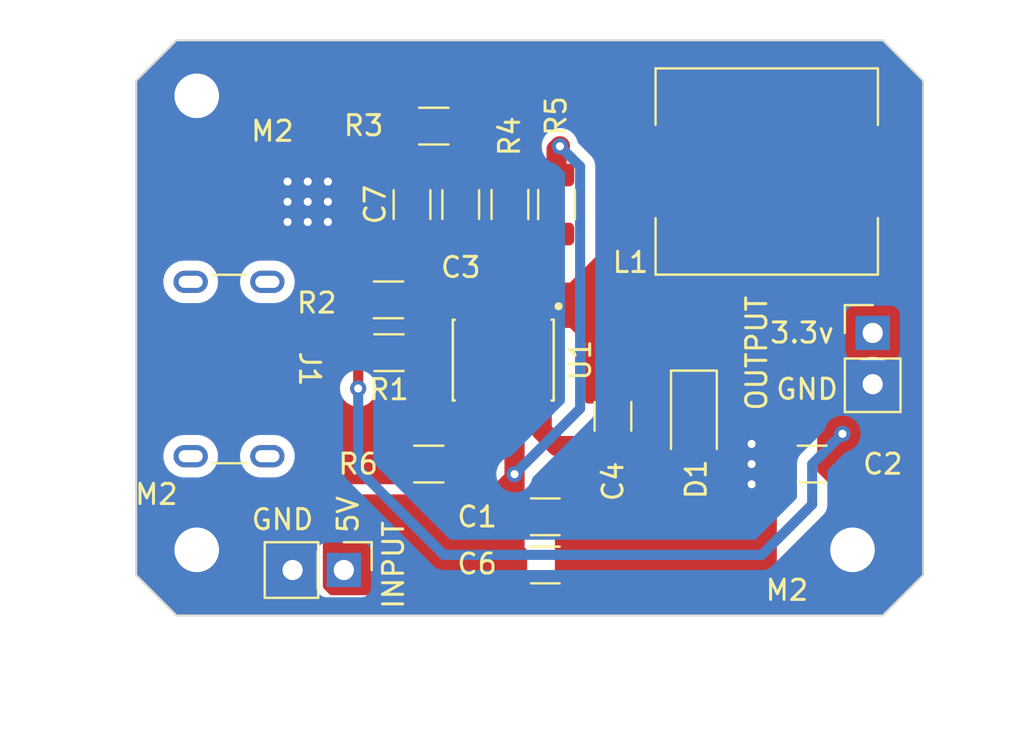
<source format=kicad_pcb>
(kicad_pcb (version 20241229) (generator "pcbnew") (generator_version "9.0")
  (layers (0 "F.Cu" signal) (2 "B.Cu" signal) (13 "F.Paste" user) (15 "B.Paste" user) (5 "F.SilkS" user "F.Silkscreen") (7 "B.SilkS" user "B.Silkscreen") (1 "F.Mask" user) (3 "B.Mask" user) (25 "Edge.Cuts" user))
  (net 0 "")
  (net 1 "VIN")
  (net 2 "GND")
  (net 3 "Net-(C3-Pad2)")
  (net 4 "Net-(U1-COMP)")
  (net 5 "SW")
  (net 6 "Net-(U1-BST)")
  (net 7 "Vout3.3")
  (net 8 "EN")
  (net 9 "Net-(U1-FREQ)")
  (net 10 "Net-(U1-FB)")
  (footprint "Capacitor_SMD:C_1206_3216Metric" (layer "F.Cu") (at 94.9198 43.6372 90)
    (property "Reference" "C7" (at 0 -1.8288 90) (layer "F.SilkS"))
    (property "Value" "22pF" (hide yes))
    (fp_line (start -0.711252 -0.91) (end 0.711252 -0.91) (stroke (width 0.12)) (layer "F.SilkS"))
    (fp_line (start -0.711252 0.91) (end 0.711252 0.91) (stroke (width 0.12)) (layer "F.SilkS"))
    (pad "1" smd roundrect (at -1.475 0 90) (size 1.15 1.8) (layers "F.Cu" "F.Mask" "F.Paste") (roundrect_rratio 0.217391) (net 4 "Net-(U1-COMP)"))
    (pad "2" smd roundrect (at 1.475 0 90) (size 1.15 1.8) (layers "F.Cu" "F.Mask" "F.Paste") (roundrect_rratio 0.217391) (net 2 "GND"))
  )
  (footprint "MountingHole:MountingHole_2.2mm_M2" (layer "F.Cu") (at 84.25 38.25)
    (property "Reference" "M2" (at 3.75 1.75 0) (layer "F.SilkS"))
    (property "Value" "MountingHole_2.2mm_M2" (hide yes))
    (pad "" np_thru_hole circle (at 0 0) (size 2.2 2.2) (drill 2.2) (layers "*.Cu" "*.Mask"))
  )
  (footprint "Capacitor_SMD:C_1206_3216Metric" (layer "F.Cu") (at 101.525 61.5)
    (property "Reference" "C6" (at -3.3782 -0.0508 0) (layer "F.SilkS"))
    (property "Value" "100nF" (hide yes))
    (fp_line (start -0.711252 -0.91) (end 0.711252 -0.91) (stroke (width 0.12)) (layer "F.SilkS"))
    (fp_line (start -0.711252 0.91) (end 0.711252 0.91) (stroke (width 0.12)) (layer "F.SilkS"))
    (pad "1" smd roundrect (at -1.475 0) (size 1.15 1.8) (layers "F.Cu" "F.Mask" "F.Paste") (roundrect_rratio 0.217391) (net 1 "VIN"))
    (pad "2" smd roundrect (at 1.475 0) (size 1.15 1.8) (layers "F.Cu" "F.Mask" "F.Paste") (roundrect_rratio 0.217391) (net 2 "GND"))
  )
  (footprint "Resistor_SMD:R_1206_3216Metric" (layer "F.Cu") (at 99.7712 43.6372 90)
    (property "Reference" "R4" (at 3.3872 -0.0212 90) (layer "F.SilkS"))
    (property "Value" "24.9k" (hide yes))
    (fp_line (start -0.727064 -0.91) (end 0.727064 -0.91) (stroke (width 0.12)) (layer "F.SilkS"))
    (fp_line (start -0.727064 0.91) (end 0.727064 0.91) (stroke (width 0.12)) (layer "F.SilkS"))
    (pad "1" smd roundrect (at -1.4625 0 90) (size 1.125 1.75) (layers "F.Cu" "F.Mask" "F.Paste") (roundrect_rratio 0.222222) (net 8 "EN"))
    (pad "2" smd roundrect (at 1.4625 0 90) (size 1.125 1.75) (layers "F.Cu" "F.Mask" "F.Paste") (roundrect_rratio 0.222222) (net 2 "GND"))
  )
  (footprint "Resistor_SMD:R_1206_3216Metric" (layer "F.Cu") (at 93.7768 50.9778 180)
    (property "Reference" "R1" (at 0 -1.83 0) (layer "F.SilkS"))
    (property "Value" "124k" (hide yes))
    (fp_line (start -0.727064 0.91) (end 0.727064 0.91) (stroke (width 0.12)) (layer "F.SilkS"))
    (fp_line (start -0.727064 -0.91) (end 0.727064 -0.91) (stroke (width 0.12)) (layer "F.SilkS"))
    (pad "1" smd roundrect (at -1.4625 0 180) (size 1.125 1.75) (layers "F.Cu" "F.Mask" "F.Paste") (roundrect_rratio 0.222222) (net 10 "Net-(U1-FB)"))
    (pad "2" smd roundrect (at 1.4625 0 180) (size 1.125 1.75) (layers "F.Cu" "F.Mask" "F.Paste") (roundrect_rratio 0.222222) (net 7 "Vout3.3"))
  )
  (footprint "Resistor_SMD:R_1206_3216Metric" (layer "F.Cu") (at 93.7514 48.3616)
    (property "Reference" "R2" (at -3.556 0.1524 0) (layer "F.SilkS"))
    (property "Value" "40.2k" (hide yes))
    (fp_line (start -0.727064 -0.91) (end 0.727064 -0.91) (stroke (width 0.12)) (layer "F.SilkS"))
    (fp_line (start -0.727064 0.91) (end 0.727064 0.91) (stroke (width 0.12)) (layer "F.SilkS"))
    (pad "1" smd roundrect (at -1.4625 0) (size 1.125 1.75) (layers "F.Cu" "F.Mask" "F.Paste") (roundrect_rratio 0.222222) (net 2 "GND"))
    (pad "2" smd roundrect (at 1.4625 0) (size 1.125 1.75) (layers "F.Cu" "F.Mask" "F.Paste") (roundrect_rratio 0.222222) (net 10 "Net-(U1-FB)"))
  )
  (footprint "Resistor_SMD:R_1206_3216Metric" (layer "F.Cu") (at 102.0826 43.6372 -90)
    (property "Reference" "R5" (at -4.3872 0.0254 90) (layer "F.SilkS"))
    (property "Value" "100k" (hide yes))
    (fp_line (start -0.727064 0.91) (end 0.727064 0.91) (stroke (width 0.12)) (layer "F.SilkS"))
    (fp_line (start -0.727064 -0.91) (end 0.727064 -0.91) (stroke (width 0.12)) (layer "F.SilkS"))
    (pad "1" smd roundrect (at -1.4625 0 270) (size 1.125 1.75) (layers "F.Cu" "F.Mask" "F.Paste") (roundrect_rratio 0.222222) (net 1 "VIN"))
    (pad "2" smd roundrect (at 1.4625 0 270) (size 1.125 1.75) (layers "F.Cu" "F.Mask" "F.Paste") (roundrect_rratio 0.222222) (net 8 "EN"))
  )
  (footprint "Capacitor_SMD:C_1206_3216Metric" (layer "F.Cu") (at 104.8766 54.1328 90)
    (property "Reference" "C4" (at -3.2258 0 90) (layer "F.SilkS"))
    (property "Value" "100nF" (hide yes))
    (fp_line (start -0.711252 -0.91) (end 0.711252 -0.91) (stroke (width 0.12)) (layer "F.SilkS"))
    (fp_line (start -0.711252 0.91) (end 0.711252 0.91) (stroke (width 0.12)) (layer "F.SilkS"))
    (pad "1" smd roundrect (at -1.475 0 90) (size 1.15 1.8) (layers "F.Cu" "F.Mask" "F.Paste") (roundrect_rratio 0.217391) (net 6 "Net-(U1-BST)"))
    (pad "2" smd roundrect (at 1.475 0 90) (size 1.15 1.8) (layers "F.Cu" "F.Mask" "F.Paste") (roundrect_rratio 0.217391) (net 5 "SW"))
  )
  (footprint "Resistor_SMD:R_1206_3216Metric" (layer "F.Cu") (at 96 39.75 180)
    (property "Reference" "R3" (at 3.4798 0.0254 0) (layer "F.SilkS"))
    (property "Value" "68.1k" (hide yes))
    (fp_line (start -0.727064 0.91) (end 0.727064 0.91) (stroke (width 0.12)) (layer "F.SilkS"))
    (fp_line (start -0.727064 -0.91) (end 0.727064 -0.91) (stroke (width 0.12)) (layer "F.SilkS"))
    (pad "1" smd roundrect (at -1.4625 0 180) (size 1.125 1.75) (layers "F.Cu" "F.Mask" "F.Paste") (roundrect_rratio 0.222222) (net 3 "Net-(C3-Pad2)"))
    (pad "2" smd roundrect (at 1.4625 0 180) (size 1.125 1.75) (layers "F.Cu" "F.Mask" "F.Paste") (roundrect_rratio 0.222222) (net 2 "GND"))
  )
  (footprint "MountingHole:MountingHole_2.2mm_M2" (layer "F.Cu") (at 84.25 60.75)
    (property "Reference" "M2" (at -2 -2.75 0) (layer "F.SilkS"))
    (property "Value" "MountingHole_2.2mm_M2" (hide yes))
    (pad "" np_thru_hole circle (at 0 0) (size 2.2 2.2) (drill 2.2) (layers "*.Cu" "*.Mask"))
  )
  (footprint "MountingHole:MountingHole_2.2mm_M2" (layer "F.Cu") (at 116.75 60.75)
    (property "Reference" "M2" (at -3.25 2 0) (layer "F.SilkS"))
    (property "Value" "MountingHole_2.2mm_M2" (hide yes))
    (pad "" np_thru_hole circle (at 0 0) (size 2.2 2.2) (drill 2.2) (layers "*.Cu" "*.Mask"))
  )
  (footprint "Resistor_SMD:R_1206_3216Metric" (layer "F.Cu") (at 95.75 56.5 180)
    (property "Reference" "R6" (at 3.5 0 0) (layer "F.SilkS"))
    (property "Value" "200k" (hide yes))
    (fp_line (start -0.727064 0.91) (end 0.727064 0.91) (stroke (width 0.12)) (layer "F.SilkS"))
    (fp_line (start -0.727064 -0.91) (end 0.727064 -0.91) (stroke (width 0.12)) (layer "F.SilkS"))
    (pad "1" smd roundrect (at -1.4625 0 180) (size 1.125 1.75) (layers "F.Cu" "F.Mask" "F.Paste") (roundrect_rratio 0.222222) (net 9 "Net-(U1-FREQ)"))
    (pad "2" smd roundrect (at 1.4625 0 180) (size 1.125 1.75) (layers "F.Cu" "F.Mask" "F.Paste") (roundrect_rratio 0.222222) (net 2 "GND"))
  )
  (footprint "Capacitor_SMD:C_1206_3216Metric" (layer "F.Cu") (at 114.75 56.5 180)
    (property "Reference" "C2" (at -3.5 0 0) (layer "F.SilkS"))
    (property "Value" "22µF" (hide yes))
    (fp_line (start -0.711252 0.91) (end 0.711252 0.91) (stroke (width 0.12)) (layer "F.SilkS"))
    (fp_line (start -0.711252 -0.91) (end 0.711252 -0.91) (stroke (width 0.12)) (layer "F.SilkS"))
    (pad "1" smd roundrect (at -1.475 0 180) (size 1.15 1.8) (layers "F.Cu" "F.Mask" "F.Paste") (roundrect_rratio 0.217391) (net 7 "Vout3.3"))
    (pad "2" smd roundrect (at 1.475 0 180) (size 1.15 1.8) (layers "F.Cu" "F.Mask" "F.Paste") (roundrect_rratio 0.217391) (net 2 "GND"))
  )
  (footprint "Capacitor_SMD:C_1206_3216Metric" (layer "F.Cu") (at 101.525 59.1124)
    (property "Reference" "C1" (at -3.3782 0 0) (layer "F.SilkS"))
    (property "Value" "10µF" (hide yes))
    (fp_line (start -0.711252 -0.91) (end 0.711252 -0.91) (stroke (width 0.12)) (layer "F.SilkS"))
    (fp_line (start -0.711252 0.91) (end 0.711252 0.91) (stroke (width 0.12)) (layer "F.SilkS"))
    (pad "1" smd roundrect (at -1.475 0) (size 1.15 1.8) (layers "F.Cu" "F.Mask" "F.Paste") (roundrect_rratio 0.217391) (net 1 "VIN"))
    (pad "2" smd roundrect (at 1.475 0) (size 1.15 1.8) (layers "F.Cu" "F.Mask" "F.Paste") (roundrect_rratio 0.217391) (net 2 "GND"))
  )
  (footprint "Connector_USB:USB_C_Receptacle_GCT_USB4125-xx-x-0190_6P_TopMnt_Horizontal" (layer "F.Cu") (at 84.75 51.7886 -90)
    (property "Reference" "J1" (at 0 -5.1 270) (layer "F.SilkS"))
    (property "Value" "USB_C_Receptacle_PowerOnly_6P" (hide yes))
    (fp_line (start -4.67 -0.25) (end -4.67 -1.95) (stroke (width 0.12)) (layer "F.SilkS"))
    (fp_line (start 4.67 -0.25) (end 4.67 -1.95) (stroke (width 0.12)) (layer "F.SilkS"))
    (pad "A5" smd roundrect (at -0.5 -3.08 270) (size 0.7 1.2) (layers "F.Cu" "F.Mask" "F.Paste"))
    (pad "A9" smd roundrect (at 1.52 -3.08 90) (size 0.76 1.2) (layers "F.Cu" "F.Mask" "F.Paste") (net 1 "VIN"))
    (pad "A12" smd roundrect (at 2.75 -3.08 90) (size 0.8 1.2) (layers "F.Cu" "F.Mask" "F.Paste") (net 2 "GND"))
    (pad "B5" smd roundrect (at 0.5 -3.08 90) (size 0.7 1.2) (layers "F.Cu" "F.Mask" "F.Paste"))
    (pad "B9" smd roundrect (at -1.52 -3.08 270) (size 0.76 1.2) (layers "F.Cu" "F.Mask" "F.Paste") (net 1 "VIN"))
    (pad "B12" smd roundrect (at -2.75 -3.08 270) (size 0.8 1.2) (layers "F.Cu" "F.Mask" "F.Paste") (net 2 "GND"))
    (pad "S1" thru_hole oval (at -4.32 -3 270) (size 1.1 1.7) (drill oval 0.6 1.2) (property pad_prop_heatsink) (layers "*.Cu" "*.Mask" "F.Paste"))
    (pad "S1" thru_hole oval (at -4.32 0.8 270) (size 1.1 1.7) (drill oval 0.6 1.2) (property pad_prop_heatsink) (layers "*.Cu" "*.Mask" "F.Paste"))
    (pad "S1" thru_hole oval (at 4.32 -3 270) (size 1.1 1.7) (drill oval 0.6 1.2) (property pad_prop_heatsink) (layers "*.Cu" "*.Mask" "F.Paste"))
    (pad "S1" thru_hole oval (at 4.32 0.8 270) (size 1.1 1.7) (drill oval 0.6 1.2) (property pad_prop_heatsink) (layers "*.Cu" "*.Mask" "F.Paste"))
  )
  (footprint "Connector_PinHeader_2.54mm:PinHeader_1x02_P2.54mm_Vertical" (layer "F.Cu") (at 91.54 61.75 -90)
    (property "Reference" "INPUT" (at -0.25 -2.46 90) (layer "F.SilkS"))
    (property "Value" "Conn_01x02" (hide yes))
    (fp_line (start -1.38 3.92) (end 1.38 3.92) (stroke (width 0.12)) (layer "F.SilkS"))
    (fp_line (start -1.38 1.27) (end -1.38 3.92) (stroke (width 0.12)) (layer "F.SilkS"))
    (fp_line (start -1.38 1.27) (end 1.38 1.27) (stroke (width 0.12)) (layer "F.SilkS"))
    (fp_line (start 1.38 1.27) (end 1.38 3.92) (stroke (width 0.12)) (layer "F.SilkS"))
    (fp_line (start -1.38 0) (end -1.38 -1.38) (stroke (width 0.12)) (layer "F.SilkS"))
    (fp_line (start -1.38 -1.38) (end 0 -1.38) (stroke (width 0.12)) (layer "F.SilkS"))
    (pad "1" thru_hole rect (at 0 0 270) (size 1.7 1.7) (drill 1) (layers "*.Cu" "*.Mask") (net 1 "VIN"))
    (pad "2" thru_hole circle (at 0 2.54 270) (size 1.7 1.7) (drill 1) (layers "*.Cu" "*.Mask") (net 2 "GND"))
  )
  (footprint "Connector_PinHeader_2.54mm:PinHeader_1x02_P2.54mm_Vertical" (layer "F.Cu") (at 117.75 50)
    (property "Reference" "J2" (hide yes))
    (property "Value" "Conn_01x02" (hide yes))
    (fp_line (start -1.38 -1.38) (end 0 -1.38) (stroke (width 0.12)) (layer "F.SilkS"))
    (fp_line (start -1.38 0) (end -1.38 -1.38) (stroke (width 0.12)) (layer "F.SilkS"))
    (fp_line (start -1.38 1.27) (end -1.38 3.92) (stroke (width 0.12)) (layer "F.SilkS"))
    (fp_line (start -1.38 1.27) (end 1.38 1.27) (stroke (width 0.12)) (layer "F.SilkS"))
    (fp_line (start -1.38 3.92) (end 1.38 3.92) (stroke (width 0.12)) (layer "F.SilkS"))
    (fp_line (start 1.38 1.27) (end 1.38 3.92) (stroke (width 0.12)) (layer "F.SilkS"))
    (pad "1" thru_hole rect (at 0 0) (size 1.7 1.7) (drill 1) (layers "*.Cu" "*.Mask") (net 7 "Vout3.3"))
    (pad "2" thru_hole circle (at 0 2.54) (size 1.7 1.7) (drill 1) (layers "*.Cu" "*.Mask") (net 2 "GND"))
  )
  (footprint "Inductor_SMD:L_APV_APH1040" (layer "F.Cu") (at 112.5 42)
    (property "Reference" "L1" (at -6.75 4.5 0) (layer "F.SilkS"))
    (property "Value" "15µH")
    (fp_line (start -5.51 -5.11) (end 5.51 -5.11) (stroke (width 0.12)) (layer "F.SilkS"))
    (fp_line (start -5.51 -2.31) (end -5.51 -5.11) (stroke (width 0.12)) (layer "F.SilkS"))
    (fp_line (start -5.51 5.11) (end -5.51 2.31) (stroke (width 0.12)) (layer "F.SilkS"))
    (fp_line (start 5.51 -5.11) (end 5.51 -2.31) (stroke (width 0.12)) (layer "F.SilkS"))
    (fp_line (start 5.51 2.31) (end 5.51 5.11) (stroke (width 0.12)) (layer "F.SilkS"))
    (fp_line (start 5.51 5.11) (end -5.51 5.11) (stroke (width 0.12)) (layer "F.SilkS"))
    (pad "1" smd roundrect (at -4.75 0) (size 4.1 4.1) (layers "F.Cu" "F.Mask" "F.Paste") (roundrect_rratio 0.060976) (net 5 "SW"))
    (pad "2" smd roundrect (at 4.75 0) (size 4.1 4.1) (layers "F.Cu" "F.Mask" "F.Paste") (roundrect_rratio 0.060976) (net 7 "Vout3.3"))
  )
  (footprint "Diode_SMD:D_1206_3216Metric" (layer "F.Cu") (at 108.8898 54.1528 -90)
    (property "Reference" "D1" (at 3.0972 -0.1102 90) (layer "F.SilkS"))
    (property "Value" "D_Schottky" (hide yes))
    (fp_line (start -2.285 1.135) (end 1.6 1.135) (stroke (width 0.12)) (layer "F.SilkS"))
    (fp_line (start -2.285 -1.135) (end -2.285 1.135) (stroke (width 0.12)) (layer "F.SilkS"))
    (fp_line (start 1.6 -1.135) (end -2.285 -1.135) (stroke (width 0.12)) (layer "F.SilkS"))
    (pad "1" smd roundrect (at -1.4 0 270) (size 1.25 1.75) (layers "F.Cu" "F.Mask" "F.Paste") (roundrect_rratio 0.2) (net 5 "SW"))
    (pad "2" smd roundrect (at 1.4 0 270) (size 1.25 1.75) (layers "F.Cu" "F.Mask" "F.Paste") (roundrect_rratio 0.2) (net 2 "GND"))
  )
  (footprint "Capacitor_SMD:C_1206_3216Metric" (layer "F.Cu") (at 97.3328 43.6372 90)
    (property "Reference" "C3" (at -3.1128 0 180) (layer "F.SilkS"))
    (property "Value" "220pF" (hide yes))
    (fp_line (start -0.711252 -0.91) (end 0.711252 -0.91) (stroke (width 0.12)) (layer "F.SilkS"))
    (fp_line (start -0.711252 0.91) (end 0.711252 0.91) (stroke (width 0.12)) (layer "F.SilkS"))
    (pad "1" smd roundrect (at -1.475 0 90) (size 1.15 1.8) (layers "F.Cu" "F.Mask" "F.Paste") (roundrect_rratio 0.217391) (net 4 "Net-(U1-COMP)"))
    (pad "2" smd roundrect (at 1.475 0 90) (size 1.15 1.8) (layers "F.Cu" "F.Mask" "F.Paste") (roundrect_rratio 0.217391) (net 3 "Net-(C3-Pad2)"))
  )
  (footprint "MP1584EN:SOIC127P600X170-9N" (layer "F.Cu") (at 99.441 51.3476 -90)
    (property "Reference" "U1" (at 0.00002 -3.82546 90) (layer "F.SilkS") (effects (font (size 1.004063 1.004063))))
    (property "Value" "MP1584EN" (hide yes))
    (fp_line (start -2 2.5) (end 2 2.5) (stroke (width 0.127)) (layer "F.SilkS"))
    (fp_line (start -2 2.4) (end -2 2.5) (stroke (width 0.127)) (layer "F.SilkS"))
    (fp_line (start 2 2.4) (end 2 2.5) (stroke (width 0.127)) (layer "F.SilkS"))
    (fp_line (start -2 -2.5) (end -2 -2.4) (stroke (width 0.127)) (layer "F.SilkS"))
    (fp_line (start -2 -2.5) (end 2 -2.5) (stroke (width 0.127)) (layer "F.SilkS"))
    (fp_line (start 2 -2.5) (end 2 -2.4) (stroke (width 0.127)) (layer "F.SilkS"))
    (fp_circle (center -2.667 -2.74) (end -2.567 -2.74) (stroke (width 0.2)) (fill no) (layer "F.SilkS"))
    (pad "1" smd roundrect (at -2.475 -1.905 270) (size 1.97 0.6) (layers "F.Cu" "F.Mask" "F.Paste") (roundrect_rratio 0.27) (net 5 "SW"))
    (pad "2" smd roundrect (at -2.475 -0.635 270) (size 1.97 0.6) (layers "F.Cu" "F.Mask" "F.Paste") (roundrect_rratio 0.27) (net 8 "EN"))
    (pad "3" smd roundrect (at -2.475 0.635 270) (size 1.97 0.6) (layers "F.Cu" "F.Mask" "F.Paste") (roundrect_rratio 0.27) (net 4 "Net-(U1-COMP)"))
    (pad "4" smd roundrect (at -2.475 1.905 270) (size 1.97 0.6) (layers "F.Cu" "F.Mask" "F.Paste") (roundrect_rratio 0.27) (net 10 "Net-(U1-FB)"))
    (pad "5" smd roundrect (at 2.475 1.905 270) (size 1.97 0.6) (layers "F.Cu" "F.Mask" "F.Paste") (roundrect_rratio 0.27) (net 2 "GND"))
    (pad "6" smd roundrect (at 2.475 0.635 270) (size 1.97 0.6) (layers "F.Cu" "F.Mask" "F.Paste") (roundrect_rratio 0.27) (net 9 "Net-(U1-FREQ)"))
    (pad "7" smd roundrect (at 2.475 -0.635 270) (size 1.97 0.6) (layers "F.Cu" "F.Mask" "F.Paste") (roundrect_rratio 0.27) (net 1 "VIN"))
    (pad "8" smd roundrect (at 2.475 -1.905 270) (size 1.97 0.6) (layers "F.Cu" "F.Mask" "F.Paste") (roundrect_rratio 0.27) (net 6 "Net-(U1-BST)"))
    (pad "9" smd rect (at 0 0 270) (size 2.41 3.3) (layers "F.Cu" "F.Mask") (net 2 "GND"))
  )
  (gr_line (start 81.25 62) (end 81.25 37.5) (stroke (width 0.1)) (layer "Edge.Cuts"))
  (gr_line (start 83.25 35.5) (end 118.25 35.5) (stroke (width 0.1)) (layer "Edge.Cuts"))
  (gr_line (start 83.25 64) (end 81.25 62) (stroke (width 0.1)) (layer "Edge.Cuts"))
  (gr_line (start 81.25 37.5) (end 83.25 35.5) (stroke (width 0.1)) (layer "Edge.Cuts"))
  (gr_line (start 120.25 37.5) (end 118.25 35.5) (stroke (width 0.1)) (layer "Edge.Cuts"))
  (gr_line (start 83.25 64) (end 118.25 64) (stroke (width 0.1)) (layer "Edge.Cuts"))
  (gr_line (start 120.25 62) (end 120.25 37.5) (stroke (width 0.1)) (layer "Edge.Cuts"))
  (gr_line (start 118.25 64) (end 120.25 62) (stroke (width 0.1)) (layer "Edge.Cuts"))
  (gr_text "3.3v" (at 114.25 50 0) (layer "F.SilkS") (effects (font (size 1 1))))
  (gr_text "5V" (at 91.75 59 90) (layer "F.SilkS") (effects (font (size 1 1))))
  (gr_text "OUTPUT" (at 112 51 90) (layer "F.SilkS") (effects (font (size 1 1))))
  (gr_text "GND" (at 88.5 59.25 0) (layer "F.SilkS") (effects (font (size 1 1))))
  (gr_text "GND\n" (at 114.5 52.79 0) (layer "F.SilkS") (effects (font (size 1 1))))
  (segment (start 102.0826 42.1747) (end 102.0826 40.9174) (width 1) (layer "F.Cu") (net 1))
  (segment (start 87.23 50.2686) (end 86.5 50.9986) (width 0.5) (layer "F.Cu") (net 1))
  (segment (start 102.0826 40.9174) (end 102.25 40.75) (width 1) (layer "F.Cu") (net 1))
  (segment (start 86.5 52.5786) (end 87.23 53.3086) (width 0.5) (layer "F.Cu") (net 1))
  (segment (start 88 58.75) (end 89.5 58.75) (width 0.5) (layer "F.Cu") (net 1))
  (segment (start 86.5 50.9986) (end 86.5 52.5786) (width 0.5) (layer "F.Cu") (net 1))
  (segment (start 87.23 53.3086) (end 87.83 53.3086) (width 0.5) (layer "F.Cu") (net 1))
  (segment (start 86 56.75) (end 88 58.75) (width 0.5) (layer "F.Cu") (net 1))
  (segment (start 86.5 52.5786) (end 86 53.0786) (width 0.5) (layer "F.Cu") (net 1))
  (segment (start 86 53.0786) (end 86 56.75) (width 0.5) (layer "F.Cu") (net 1))
  (segment (start 87.83 50.2686) (end 87.23 50.2686) (width 0.5) (layer "F.Cu") (net 1))
  (via (at 100 57) (size 0.8) (drill 0.4) (layers "F.Cu" "B.Cu") (net 1))
  (via (at 102.25 40.75) (size 0.8) (drill 0.4) (layers "F.Cu" "B.Cu") (net 1))
  (segment (start 103.25 53.75) (end 100 57) (width 0.5) (layer "B.Cu") (net 1))
  (segment (start 103.25 41.75) (end 103.25 53.75) (width 0.5) (layer "B.Cu") (net 1))
  (segment (start 102.25 40.75) (end 103.25 41.75) (width 0.5) (layer "B.Cu") (net 1))
  (via (at 90.75 43.5) (size 0.8) (drill 0.4) (layers "F.Cu" "B.Cu") (net 2))
  (via (at 111.75 56.5) (size 0.8) (drill 0.4) (layers "F.Cu" "B.Cu") (net 2))
  (via (at 89.75 43.5) (size 0.8) (drill 0.4) (layers "F.Cu" "B.Cu") (net 2))
  (via (at 88.75 42.5) (size 0.8) (drill 0.4) (layers "F.Cu" "B.Cu") (net 2))
  (via (at 88.75 44.5) (size 0.8) (drill 0.4) (layers "F.Cu" "B.Cu") (net 2))
  (via (at 90.75 42.5) (size 0.8) (drill 0.4) (layers "F.Cu" "B.Cu") (net 2))
  (via (at 111.75 57.5) (size 0.8) (drill 0.4) (layers "F.Cu" "B.Cu") (net 2))
  (via (at 111.75 55.5) (size 0.8) (drill 0.4) (layers "F.Cu" "B.Cu") (net 2))
  (via (at 89.75 44.5) (size 0.8) (drill 0.4) (layers "F.Cu" "B.Cu") (net 2))
  (via (at 90.75 44.5) (size 0.8) (drill 0.4) (layers "F.Cu" "B.Cu") (net 2))
  (via (at 89.75 42.5) (size 0.8) (drill 0.4) (layers "F.Cu" "B.Cu") (net 2))
  (via (at 88.75 43.5) (size 0.8) (drill 0.4) (layers "F.Cu" "B.Cu") (net 2))
  (segment (start 97.3328 42.1622) (end 97.3328 39.8797) (width 0.5) (layer "F.Cu") (net 3))
  (segment (start 97.3328 39.8797) (end 97.4625 39.75) (width 0.5) (layer "F.Cu") (net 3))
  (segment (start 98.806 46.5854) (end 97.3328 45.1122) (width 0.5) (layer "F.Cu") (net 4))
  (segment (start 98.806 48.8726) (end 98.806 46.5854) (width 0.5) (layer "F.Cu") (net 4))
  (segment (start 97.3328 45.1122) (end 94.9198 45.1122) (width 0.5) (layer "F.Cu") (net 4))
  (segment (start 102.1078 55.6078) (end 104.8766 55.6078) (width 1) (layer "F.Cu") (net 6))
  (segment (start 101.346 53.8226) (end 101.346 54.846) (width 1) (layer "F.Cu") (net 6))
  (segment (start 101.346 54.846) (end 102.1078 55.6078) (width 1) (layer "F.Cu") (net 6))
  (segment (start 92.25 52.75) (end 92.25 51.0421) (width 0.5) (layer "F.Cu") (net 7))
  (segment (start 92.25 51.0421) (end 92.3143 50.9778) (width 0.5) (layer "F.Cu") (net 7))
  (via (at 116.25 55) (size 0.8) (drill 0.4) (layers "F.Cu" "B.Cu") (net 7))
  (via (at 92.25 52.75) (size 0.8) (drill 0.4) (layers "F.Cu" "B.Cu") (net 7))
  (segment (start 116.25 55) (end 114.75 56.5) (width 0.5) (layer "B.Cu") (net 7))
  (segment (start 96.5 61) (end 92.25 56.75) (width 0.5) (layer "B.Cu") (net 7))
  (segment (start 114.75 56.5) (end 114.75 58.5) (width 0.5) (layer "B.Cu") (net 7))
  (segment (start 114.75 58.5) (end 112.25 61) (width 0.5) (layer "B.Cu") (net 7))
  (segment (start 112.25 61) (end 96.5 61) (width 0.5) (layer "B.Cu") (net 7))
  (segment (start 92.25 56.75) (end 92.25 52.75) (width 0.5) (layer "B.Cu") (net 7))
  (segment (start 100.34115 46.84115) (end 102.0826 45.0997) (width 0.5) (layer "F.Cu") (net 8))
  (segment (start 100.34115 45.66965) (end 99.7712 45.0997) (width 0.5) (layer "F.Cu") (net 8))
  (segment (start 100.076 48.8726) (end 100.076 47.1063) (width 0.5) (layer "F.Cu") (net 8))
  (segment (start 100.076 47.1063) (end 100.34115 46.84115) (width 0.5) (layer "F.Cu") (net 8))
  (segment (start 100.34115 46.84115) (end 100.34115 45.66965) (width 0.5) (layer "F.Cu") (net 8))
  (segment (start 98.806 54.9065) (end 98.806 53.8226) (width 1) (layer "F.Cu") (net 9))
  (segment (start 97.2125 56.5) (end 98.806 54.9065) (width 1) (layer "F.Cu") (net 9))
  (segment (start 95.2393 50.9778) (end 95.2393 48.387) (width 0.5) (layer "F.Cu") (net 10))
  (segment (start 97.536 48.8726) (end 95.7249 48.8726) (width 0.5) (layer "F.Cu") (net 10))
  (segment (start 95.7249 48.8726) (end 95.2139 48.3616) (width 0.5) (layer "F.Cu") (net 10))
  (segment (start 95.2393 48.387) (end 95.2139 48.3616) (width 0.5) (layer "F.Cu") (net 10))
  (zone (net 2) (net_name "GND") (layer "F.Cu") (priority 4) (connect_pads yes (clearance 0.5)) (min_thickness 0.25) (fill yes (thermal_gap 0.5) (thermal_bridge_width 0.5))
    (polygon (pts (xy 98.5 42.25) (xy 99 42.75) (xy 100.125 42.75) (xy 100.5 42.375) (xy 100.5 38) (xy 99.5 36.75) (xy 89.296875 36.75) (xy 88.5 37.546875) (xy 88.5 39.9375) (xy 87.4375 41) (xy 83.541992 41) (xy 82.5 42.041992) (xy 82.5 45.167969) (xy 83.332031 46) (xy 85.828125 46) (xy 88.5625 46) (xy 89.25 46.6875) (xy 89.25 48.234375) (xy 88.734375 48.75) (xy 87.121113 48.75) (xy 86.936362 48.9375) (xy 86.942592 49.359375) (xy 87.085308 49.5) (xy 88.5 49.5) (xy 88.5 54) (xy 87.25 54) (xy 87 54.25) (xy 87 54.8125) (xy 87.1875 55) (xy 88.734375 55) (xy 89.25 55.515625) (xy 89.25 57.003907) (xy 89.746093 57.5) (xy 94.375 57.5) (xy 94.75 57.125) (xy 94.75 56.28125) (xy 96.03125 55) (xy 97.320313 55) (xy 97.75 54.570313) (xy 97.75 53.017578) (xy 98.267578 52.5) (xy 100.5 52.5) (xy 100.75 52.25) (xy 100.75 50.421875) (xy 100.5 50.25) (xy 97.0625 50.25) (xy 96.25 51.0625) (xy 96.25 52.140625) (xy 95.890625 52.5) (xy 91 52.5) (xy 90.5 52) (xy 90.5 50.0625) (xy 91.0625 49.5) (xy 92.328125 49.5) (xy 92.75 49.078125) (xy 92.75 43.5) (xy 93.5 42.75) (xy 95.4375 42.75) (xy 95.75 42.4375) (xy 95.75 39.1875) (xy 96.4375 38.5) (xy 97.984375 38.5) (xy 98.5 39.015625)))
  )
  (zone (net 1) (net_name "VIN") (layer "F.Cu") (priority 2) (connect_pads yes (clearance 0.5)) (min_thickness 0.25) (fill yes (thermal_gap 0.5) (thermal_bridge_width 0.5))
    (polygon (pts (xy 99.5 54) (xy 100.5 54) (xy 100.5 62.5) (xy 100 63) (xy 90.875 63) (xy 90.5 62.625) (xy 90.5 60.15625) (xy 89.84375 59.5) (xy 88.125 59.5) (xy 87.75 59.125) (xy 87.75 58.28125) (xy 88.03125 58) (xy 98.5 58) (xy 99.5 57)))
  )
  (zone (net 5) (net_name "SW") (layer "F.Cu") (connect_pads yes (clearance 0.5)) (min_thickness 0.25) (fill yes (thermal_gap 0.5) (thermal_bridge_width 0.5))
    (polygon (pts (xy 100.75 47.5) (xy 100.75 49.75) (xy 102.75 49.75) (xy 103.5 50.5) (xy 103.5 53.5) (xy 110.25 53.5) (xy 110.75 52.75) (xy 110.75 39.5) (xy 110.25 38.75) (xy 105.25 38.75) (xy 104.5 39.5) (xy 104.5 45.75) (xy 102.75 47.5)))
  )
  (zone (net 2) (net_name "GND") (layer "F.Cu") (priority 1) (connect_pads yes (clearance 0.5)) (min_thickness 0.25) (fill yes (thermal_gap 0.5) (thermal_bridge_width 0.5))
    (polygon (pts (xy 102 62.5) (xy 102.333333 63) (xy 112.25 63) (xy 113 62.5) (xy 113 54.75) (xy 112.5 54.25) (xy 108 54.25) (xy 107.25 55) (xy 107.25 57) (xy 106.5 57.75) (xy 103.083333 57.75) (xy 102 58.833333)))
  )
  (zone (net 7) (net_name "Vout3.3") (layer "F.Cu") (priority 3) (connect_pads yes (clearance 0.5)) (min_thickness 0.25) (fill yes (thermal_gap 0.5) (thermal_bridge_width 0.5))
    (polygon (pts (xy 116 38.75) (xy 115 39.75) (xy 115 46.833334) (xy 115 56.875) (xy 115.875 57.75) (xy 118.59375 57.75) (xy 119.5 56.84375) (xy 119.5 39.625) (xy 118.625 38.75)))
  )
  (zone (net 2) (net_name "GND") (layer "B.Cu") (priority 5) (connect_pads yes (clearance 0.5)) (min_thickness 0.25) (fill yes (thermal_gap 0.5) (thermal_bridge_width 0.5))
    (polygon (pts (xy 125.25 33.5) (xy 74.5 33.5) (xy 74.5 70.25) (xy 125.25 70.25)))
  )
)
</source>
